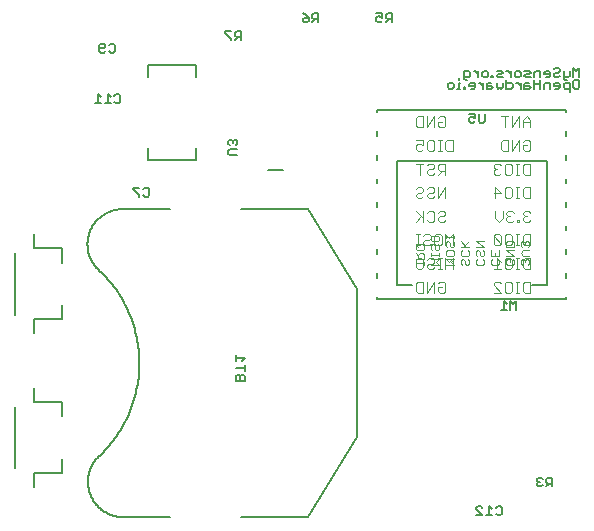
<source format=gbo>
G75*
%MOIN*%
%OFA0B0*%
%FSLAX25Y25*%
%IPPOS*%
%LPD*%
%AMOC8*
5,1,8,0,0,1.08239X$1,22.5*
%
%ADD10C,0.00500*%
%ADD11C,0.00600*%
%ADD12C,0.00800*%
%ADD13C,0.00300*%
D10*
X0015913Y0032409D02*
X0015913Y0037133D01*
X0025362Y0037133D01*
X0025362Y0041857D01*
X0025362Y0056031D02*
X0025362Y0060755D01*
X0015913Y0060755D01*
X0015913Y0065480D01*
X0009614Y0059180D02*
X0009614Y0038708D01*
X0015913Y0083590D02*
X0015913Y0088314D01*
X0025362Y0088314D01*
X0025362Y0093039D01*
X0025362Y0107212D02*
X0025362Y0111936D01*
X0015913Y0111936D01*
X0015913Y0116661D01*
X0009614Y0110361D02*
X0009614Y0089889D01*
X0054077Y0141511D02*
X0054077Y0145448D01*
X0054077Y0141511D02*
X0069825Y0141511D01*
X0069825Y0145448D01*
X0069825Y0169070D02*
X0069825Y0173007D01*
X0054077Y0173007D01*
X0054077Y0169070D01*
X0130405Y0158080D02*
X0130405Y0157293D01*
X0130405Y0158080D02*
X0193397Y0158080D01*
X0193397Y0157293D01*
X0193397Y0150993D02*
X0193397Y0149419D01*
X0193397Y0143119D02*
X0193397Y0141545D01*
X0193397Y0135245D02*
X0193397Y0133671D01*
X0193397Y0127371D02*
X0193397Y0125797D01*
X0193397Y0119497D02*
X0193397Y0117923D01*
X0193397Y0111623D02*
X0193397Y0110049D01*
X0193397Y0103749D02*
X0193397Y0102175D01*
X0193397Y0095875D02*
X0193397Y0095088D01*
X0130405Y0095088D01*
X0130405Y0095875D01*
X0130405Y0102175D02*
X0130405Y0103749D01*
X0130405Y0110049D02*
X0130405Y0111623D01*
X0130405Y0117923D02*
X0130405Y0119497D01*
X0130405Y0125797D02*
X0130405Y0127371D01*
X0130405Y0133671D02*
X0130405Y0135245D01*
X0130405Y0141545D02*
X0130405Y0143119D01*
X0130405Y0149419D02*
X0130405Y0150993D01*
X0137001Y0141034D02*
X0187001Y0141034D01*
X0187001Y0099784D01*
X0182001Y0099784D01*
X0142001Y0099784D02*
X0137001Y0099784D01*
X0137001Y0141034D01*
X0154409Y0165150D02*
X0153901Y0165658D01*
X0153901Y0166673D01*
X0154409Y0167181D01*
X0155424Y0167181D01*
X0155932Y0166673D01*
X0155932Y0165658D01*
X0155424Y0165150D01*
X0154409Y0165150D01*
X0157091Y0165150D02*
X0158107Y0165150D01*
X0157599Y0165150D02*
X0157599Y0167181D01*
X0158107Y0167181D01*
X0157599Y0168196D02*
X0157599Y0168704D01*
X0159339Y0168540D02*
X0159846Y0168032D01*
X0160354Y0168032D01*
X0159339Y0168540D02*
X0159339Y0171078D01*
X0160862Y0171078D01*
X0161369Y0170571D01*
X0161369Y0169555D01*
X0160862Y0169048D01*
X0159339Y0169048D01*
X0161478Y0167181D02*
X0160970Y0166673D01*
X0160970Y0166165D01*
X0163001Y0166165D01*
X0163001Y0165658D02*
X0163001Y0166673D01*
X0162493Y0167181D01*
X0161478Y0167181D01*
X0161478Y0165150D02*
X0162493Y0165150D01*
X0163001Y0165658D01*
X0164197Y0167181D02*
X0164704Y0167181D01*
X0165720Y0166165D01*
X0165720Y0165150D02*
X0165720Y0167181D01*
X0166952Y0166673D02*
X0166952Y0165150D01*
X0168474Y0165150D01*
X0168982Y0165658D01*
X0168474Y0166165D01*
X0166952Y0166165D01*
X0166952Y0166673D02*
X0167459Y0167181D01*
X0168474Y0167181D01*
X0170214Y0167181D02*
X0170214Y0165658D01*
X0170722Y0165150D01*
X0171229Y0165658D01*
X0171737Y0165150D01*
X0172245Y0165658D01*
X0172245Y0167181D01*
X0173477Y0167181D02*
X0175000Y0167181D01*
X0175507Y0166673D01*
X0175507Y0165658D01*
X0175000Y0165150D01*
X0173477Y0165150D01*
X0173477Y0168196D01*
X0172245Y0169048D02*
X0170722Y0169048D01*
X0170214Y0169555D01*
X0170722Y0170063D01*
X0171737Y0170063D01*
X0172245Y0170571D01*
X0171737Y0171078D01*
X0170214Y0171078D01*
X0168982Y0169555D02*
X0168474Y0169555D01*
X0168474Y0169048D01*
X0168982Y0169048D01*
X0168982Y0169555D01*
X0167351Y0169555D02*
X0166843Y0169048D01*
X0165828Y0169048D01*
X0165320Y0169555D01*
X0165320Y0170571D01*
X0165828Y0171078D01*
X0166843Y0171078D01*
X0167351Y0170571D01*
X0167351Y0169555D01*
X0164088Y0169048D02*
X0164088Y0171078D01*
X0164088Y0170063D02*
X0163073Y0171078D01*
X0162565Y0171078D01*
X0159738Y0165658D02*
X0159230Y0165658D01*
X0159230Y0165150D01*
X0159738Y0165150D01*
X0159738Y0165658D01*
X0173441Y0171078D02*
X0173948Y0171078D01*
X0174964Y0170063D01*
X0174964Y0169048D02*
X0174964Y0171078D01*
X0176196Y0170571D02*
X0176196Y0169555D01*
X0176703Y0169048D01*
X0177719Y0169048D01*
X0178226Y0169555D01*
X0178226Y0170571D01*
X0177719Y0171078D01*
X0176703Y0171078D01*
X0176196Y0170571D01*
X0179458Y0171078D02*
X0180981Y0171078D01*
X0181489Y0170571D01*
X0180981Y0170063D01*
X0179966Y0170063D01*
X0179458Y0169555D01*
X0179966Y0169048D01*
X0181489Y0169048D01*
X0182721Y0169048D02*
X0182721Y0170571D01*
X0183229Y0171078D01*
X0184751Y0171078D01*
X0184751Y0169048D01*
X0184751Y0168196D02*
X0184751Y0165150D01*
X0185984Y0165150D02*
X0185984Y0166673D01*
X0186491Y0167181D01*
X0188014Y0167181D01*
X0188014Y0165150D01*
X0189246Y0166165D02*
X0191277Y0166165D01*
X0191277Y0165658D02*
X0191277Y0166673D01*
X0190769Y0167181D01*
X0189754Y0167181D01*
X0189246Y0166673D01*
X0189246Y0166165D01*
X0189754Y0165150D02*
X0190769Y0165150D01*
X0191277Y0165658D01*
X0192509Y0165658D02*
X0192509Y0166673D01*
X0193016Y0167181D01*
X0194539Y0167181D01*
X0194539Y0164135D01*
X0194539Y0165150D02*
X0193016Y0165150D01*
X0192509Y0165658D01*
X0193016Y0168032D02*
X0193524Y0168032D01*
X0193016Y0168032D02*
X0192509Y0168540D01*
X0192509Y0171078D01*
X0191277Y0171078D02*
X0190769Y0170571D01*
X0189754Y0170571D01*
X0189246Y0170063D01*
X0189246Y0169555D01*
X0189754Y0169048D01*
X0190769Y0169048D01*
X0191277Y0169555D01*
X0192509Y0169048D02*
X0194032Y0169048D01*
X0194539Y0169555D01*
X0194539Y0171078D01*
X0195771Y0172094D02*
X0195771Y0169048D01*
X0196279Y0168196D02*
X0195771Y0167688D01*
X0195771Y0165658D01*
X0196279Y0165150D01*
X0197294Y0165150D01*
X0197802Y0165658D01*
X0197802Y0167688D01*
X0197294Y0168196D01*
X0196279Y0168196D01*
X0197802Y0169048D02*
X0197802Y0172094D01*
X0196787Y0171078D01*
X0195771Y0172094D01*
X0191277Y0171586D02*
X0191277Y0171078D01*
X0191277Y0171586D02*
X0190769Y0172094D01*
X0189754Y0172094D01*
X0189246Y0171586D01*
X0188014Y0170571D02*
X0188014Y0169555D01*
X0187506Y0169048D01*
X0186491Y0169048D01*
X0185984Y0170063D02*
X0188014Y0170063D01*
X0188014Y0170571D02*
X0187506Y0171078D01*
X0186491Y0171078D01*
X0185984Y0170571D01*
X0185984Y0170063D01*
X0184751Y0166673D02*
X0182721Y0166673D01*
X0182721Y0168196D02*
X0182721Y0165150D01*
X0181489Y0165658D02*
X0180981Y0166165D01*
X0179458Y0166165D01*
X0179458Y0166673D02*
X0179458Y0165150D01*
X0180981Y0165150D01*
X0181489Y0165658D01*
X0180981Y0167181D02*
X0179966Y0167181D01*
X0179458Y0166673D01*
X0178226Y0167181D02*
X0178226Y0165150D01*
X0178226Y0166165D02*
X0177211Y0167181D01*
X0176703Y0167181D01*
D11*
X0166215Y0156803D02*
X0166215Y0154348D01*
X0165724Y0153857D01*
X0164742Y0153857D01*
X0164251Y0154348D01*
X0164251Y0156803D01*
X0162952Y0156803D02*
X0162952Y0155330D01*
X0161970Y0155821D01*
X0161479Y0155821D01*
X0160988Y0155330D01*
X0160988Y0154348D01*
X0161479Y0153857D01*
X0162461Y0153857D01*
X0162952Y0154348D01*
X0162952Y0156803D02*
X0160988Y0156803D01*
X0135352Y0187400D02*
X0135352Y0190346D01*
X0133879Y0190346D01*
X0133388Y0189855D01*
X0133388Y0188873D01*
X0133879Y0188382D01*
X0135352Y0188382D01*
X0134370Y0188382D02*
X0133388Y0187400D01*
X0132089Y0187891D02*
X0131598Y0187400D01*
X0130616Y0187400D01*
X0130125Y0187891D01*
X0130125Y0188873D01*
X0130616Y0189364D01*
X0131107Y0189364D01*
X0132089Y0188873D01*
X0132089Y0190346D01*
X0130125Y0190346D01*
X0110752Y0190346D02*
X0110752Y0187400D01*
X0110752Y0188382D02*
X0109279Y0188382D01*
X0108788Y0188873D01*
X0108788Y0189855D01*
X0109279Y0190346D01*
X0110752Y0190346D01*
X0109770Y0188382D02*
X0108788Y0187400D01*
X0107489Y0187891D02*
X0106998Y0187400D01*
X0106016Y0187400D01*
X0105525Y0187891D01*
X0105525Y0188382D01*
X0106016Y0188873D01*
X0107489Y0188873D01*
X0107489Y0187891D01*
X0107489Y0188873D02*
X0106507Y0189855D01*
X0105525Y0190346D01*
X0084952Y0184346D02*
X0084952Y0181400D01*
X0084952Y0182382D02*
X0083479Y0182382D01*
X0082988Y0182873D01*
X0082988Y0183855D01*
X0083479Y0184346D01*
X0084952Y0184346D01*
X0083970Y0182382D02*
X0082988Y0181400D01*
X0081689Y0181400D02*
X0081689Y0181891D01*
X0079725Y0183855D01*
X0079725Y0184346D01*
X0081689Y0184346D01*
X0081734Y0148227D02*
X0081243Y0148227D01*
X0080752Y0147736D01*
X0080752Y0146754D01*
X0081243Y0146263D01*
X0081243Y0144964D02*
X0083698Y0144964D01*
X0083207Y0146263D02*
X0083698Y0146754D01*
X0083698Y0147736D01*
X0083207Y0148227D01*
X0082716Y0148227D01*
X0082225Y0147736D01*
X0081734Y0148227D01*
X0082225Y0147736D02*
X0082225Y0147245D01*
X0081243Y0144964D02*
X0080752Y0144473D01*
X0080752Y0143491D01*
X0081243Y0143000D01*
X0083698Y0143000D01*
X0054352Y0131655D02*
X0054352Y0129691D01*
X0053861Y0129200D01*
X0052879Y0129200D01*
X0052388Y0129691D01*
X0051089Y0129691D02*
X0051089Y0129200D01*
X0051089Y0129691D02*
X0049125Y0131655D01*
X0049125Y0132146D01*
X0051089Y0132146D01*
X0052388Y0131655D02*
X0052879Y0132146D01*
X0053861Y0132146D01*
X0054352Y0131655D01*
X0044261Y0160400D02*
X0043279Y0160400D01*
X0042788Y0160891D01*
X0041489Y0160400D02*
X0039525Y0160400D01*
X0040507Y0160400D02*
X0040507Y0163346D01*
X0041489Y0162364D01*
X0042788Y0162855D02*
X0043279Y0163346D01*
X0044261Y0163346D01*
X0044752Y0162855D01*
X0044752Y0160891D01*
X0044261Y0160400D01*
X0038227Y0160400D02*
X0036263Y0160400D01*
X0037245Y0160400D02*
X0037245Y0163346D01*
X0038227Y0162364D01*
X0038216Y0177200D02*
X0037725Y0177691D01*
X0037725Y0179655D01*
X0038216Y0180146D01*
X0039198Y0180146D01*
X0039689Y0179655D01*
X0039689Y0179164D01*
X0039198Y0178673D01*
X0037725Y0178673D01*
X0038216Y0177200D02*
X0039198Y0177200D01*
X0039689Y0177691D01*
X0040988Y0177691D02*
X0041479Y0177200D01*
X0042461Y0177200D01*
X0042952Y0177691D01*
X0042952Y0179655D01*
X0042461Y0180146D01*
X0041479Y0180146D01*
X0040988Y0179655D01*
X0083209Y0076301D02*
X0083209Y0074337D01*
X0083209Y0075319D02*
X0086154Y0075319D01*
X0085173Y0074337D01*
X0086154Y0073039D02*
X0086154Y0071075D01*
X0086154Y0072057D02*
X0083209Y0072057D01*
X0083700Y0069776D02*
X0083209Y0069285D01*
X0083209Y0067812D01*
X0086154Y0067812D01*
X0086154Y0069285D01*
X0085664Y0069776D01*
X0085173Y0069776D01*
X0084682Y0069285D01*
X0084682Y0067812D01*
X0084682Y0069285D02*
X0084191Y0069776D01*
X0083700Y0069776D01*
X0163463Y0025455D02*
X0163954Y0025946D01*
X0164936Y0025946D01*
X0165427Y0025455D01*
X0163463Y0025455D02*
X0163463Y0024964D01*
X0165427Y0023000D01*
X0163463Y0023000D01*
X0166725Y0023000D02*
X0168689Y0023000D01*
X0167707Y0023000D02*
X0167707Y0025946D01*
X0168689Y0024964D01*
X0169988Y0025455D02*
X0170479Y0025946D01*
X0171461Y0025946D01*
X0171952Y0025455D01*
X0171952Y0023491D01*
X0171461Y0023000D01*
X0170479Y0023000D01*
X0169988Y0023491D01*
X0183525Y0033091D02*
X0184016Y0032600D01*
X0184998Y0032600D01*
X0185489Y0033091D01*
X0184507Y0034073D02*
X0184016Y0034073D01*
X0183525Y0033582D01*
X0183525Y0033091D01*
X0184016Y0034073D02*
X0183525Y0034564D01*
X0183525Y0035055D01*
X0184016Y0035546D01*
X0184998Y0035546D01*
X0185489Y0035055D01*
X0186788Y0035055D02*
X0186788Y0034073D01*
X0187279Y0033582D01*
X0188752Y0033582D01*
X0187770Y0033582D02*
X0186788Y0032600D01*
X0188752Y0032600D02*
X0188752Y0035546D01*
X0187279Y0035546D01*
X0186788Y0035055D01*
X0176752Y0091400D02*
X0176752Y0094346D01*
X0175770Y0093364D01*
X0174788Y0094346D01*
X0174788Y0091400D01*
X0173489Y0091400D02*
X0171525Y0091400D01*
X0172507Y0091400D02*
X0172507Y0094346D01*
X0173489Y0093364D01*
D12*
X0123694Y0098276D02*
X0123694Y0049142D01*
X0107159Y0022370D01*
X0084954Y0022370D01*
X0061332Y0022370D02*
X0045663Y0022370D01*
X0045663Y0022371D02*
X0045375Y0022377D01*
X0045088Y0022390D01*
X0044801Y0022410D01*
X0044515Y0022437D01*
X0044229Y0022471D01*
X0043944Y0022511D01*
X0043661Y0022559D01*
X0043378Y0022614D01*
X0043098Y0022675D01*
X0042818Y0022743D01*
X0042541Y0022819D01*
X0042265Y0022900D01*
X0041991Y0022989D01*
X0041720Y0023084D01*
X0041451Y0023186D01*
X0041185Y0023294D01*
X0040921Y0023409D01*
X0040660Y0023530D01*
X0040402Y0023658D01*
X0040148Y0023792D01*
X0039897Y0023932D01*
X0039649Y0024078D01*
X0039405Y0024230D01*
X0039164Y0024388D01*
X0038928Y0024551D01*
X0038696Y0024721D01*
X0038468Y0024896D01*
X0038244Y0025077D01*
X0038024Y0025263D01*
X0037810Y0025454D01*
X0037600Y0025651D01*
X0037395Y0025852D01*
X0037195Y0026059D01*
X0036999Y0026270D01*
X0036810Y0026486D01*
X0036625Y0026707D01*
X0036446Y0026932D01*
X0036273Y0027161D01*
X0036105Y0027394D01*
X0035943Y0027632D01*
X0035786Y0027873D01*
X0035636Y0028118D01*
X0035492Y0028367D01*
X0035353Y0028619D01*
X0035221Y0028875D01*
X0035096Y0029134D01*
X0034976Y0029395D01*
X0034863Y0029660D01*
X0034757Y0029927D01*
X0034657Y0030196D01*
X0034563Y0030468D01*
X0034477Y0030743D01*
X0034397Y0031019D01*
X0034324Y0031297D01*
X0034257Y0031577D01*
X0034198Y0031858D01*
X0034145Y0032141D01*
X0034099Y0032425D01*
X0034060Y0032710D01*
X0034028Y0032995D01*
X0034004Y0033282D01*
X0033986Y0033569D01*
X0033975Y0033856D01*
X0033971Y0034144D01*
X0033974Y0034432D01*
X0033984Y0034719D01*
X0034002Y0035006D01*
X0034026Y0035293D01*
X0034057Y0035578D01*
X0034095Y0035863D01*
X0034140Y0036147D01*
X0034192Y0036430D01*
X0034251Y0036712D01*
X0034317Y0036992D01*
X0034389Y0037270D01*
X0034469Y0037547D01*
X0034555Y0037821D01*
X0034647Y0038093D01*
X0034747Y0038363D01*
X0034852Y0038630D01*
X0034965Y0038895D01*
X0035084Y0039157D01*
X0035209Y0039416D01*
X0035340Y0039672D01*
X0035478Y0039924D01*
X0035622Y0040173D01*
X0035771Y0040419D01*
X0035927Y0040661D01*
X0036089Y0040899D01*
X0036256Y0041132D01*
X0036429Y0041362D01*
X0036607Y0041588D01*
X0036791Y0041809D01*
X0036981Y0042025D01*
X0037175Y0042237D01*
X0037375Y0042444D01*
X0037580Y0042646D01*
X0037789Y0042843D01*
X0037395Y0042450D02*
X0038151Y0043163D01*
X0038890Y0043895D01*
X0039611Y0044645D01*
X0040313Y0045412D01*
X0040997Y0046196D01*
X0041660Y0046997D01*
X0042304Y0047814D01*
X0042928Y0048646D01*
X0043531Y0049493D01*
X0044114Y0050355D01*
X0044675Y0051231D01*
X0045214Y0052120D01*
X0045732Y0053023D01*
X0046227Y0053937D01*
X0046700Y0054864D01*
X0047149Y0055802D01*
X0047576Y0056750D01*
X0047979Y0057709D01*
X0048359Y0058677D01*
X0048715Y0059654D01*
X0049047Y0060640D01*
X0049355Y0061634D01*
X0049638Y0062635D01*
X0049897Y0063642D01*
X0050130Y0064655D01*
X0050339Y0065674D01*
X0050523Y0066698D01*
X0050682Y0067726D01*
X0050816Y0068758D01*
X0050924Y0069792D01*
X0051007Y0070829D01*
X0051065Y0071867D01*
X0051097Y0072907D01*
X0051103Y0073947D01*
X0051084Y0074987D01*
X0051040Y0076026D01*
X0050970Y0077064D01*
X0050875Y0078100D01*
X0050755Y0079133D01*
X0050609Y0080163D01*
X0050438Y0081188D01*
X0050242Y0082210D01*
X0050021Y0083226D01*
X0049775Y0084237D01*
X0049504Y0085241D01*
X0049209Y0086239D01*
X0048890Y0087229D01*
X0048546Y0088210D01*
X0048179Y0089183D01*
X0047788Y0090147D01*
X0047373Y0091101D01*
X0046935Y0092044D01*
X0046474Y0092977D01*
X0045991Y0093898D01*
X0045485Y0094806D01*
X0044957Y0095702D01*
X0044407Y0096585D01*
X0043835Y0097454D01*
X0043243Y0098309D01*
X0042630Y0099149D01*
X0041996Y0099974D01*
X0041342Y0100783D01*
X0040669Y0101576D01*
X0039977Y0102352D01*
X0039265Y0103111D01*
X0038536Y0103852D01*
X0037788Y0104576D01*
X0037788Y0104575D02*
X0037576Y0104765D01*
X0037369Y0104960D01*
X0037167Y0105161D01*
X0036969Y0105366D01*
X0036777Y0105576D01*
X0036590Y0105790D01*
X0036408Y0106009D01*
X0036231Y0106233D01*
X0036060Y0106461D01*
X0035895Y0106692D01*
X0035735Y0106928D01*
X0035581Y0107168D01*
X0035433Y0107411D01*
X0035291Y0107658D01*
X0035155Y0107908D01*
X0035025Y0108161D01*
X0034901Y0108418D01*
X0034784Y0108677D01*
X0034673Y0108940D01*
X0034568Y0109204D01*
X0034470Y0109472D01*
X0034379Y0109741D01*
X0034294Y0110013D01*
X0034215Y0110287D01*
X0034144Y0110563D01*
X0034079Y0110840D01*
X0034021Y0111119D01*
X0033969Y0111399D01*
X0033925Y0111680D01*
X0033887Y0111962D01*
X0033857Y0112245D01*
X0033833Y0112529D01*
X0033816Y0112813D01*
X0033806Y0113098D01*
X0033803Y0113383D01*
X0033807Y0113668D01*
X0033818Y0113952D01*
X0033836Y0114236D01*
X0033860Y0114520D01*
X0033892Y0114803D01*
X0033930Y0115085D01*
X0033976Y0115366D01*
X0034028Y0115646D01*
X0034087Y0115925D01*
X0034153Y0116202D01*
X0034225Y0116477D01*
X0034305Y0116751D01*
X0034390Y0117022D01*
X0034483Y0117292D01*
X0034582Y0117559D01*
X0034687Y0117823D01*
X0034799Y0118085D01*
X0034917Y0118344D01*
X0035042Y0118600D01*
X0035173Y0118853D01*
X0035309Y0119103D01*
X0035452Y0119349D01*
X0035601Y0119592D01*
X0035756Y0119831D01*
X0035916Y0120066D01*
X0036083Y0120298D01*
X0036254Y0120525D01*
X0036432Y0120748D01*
X0036614Y0120966D01*
X0036802Y0121180D01*
X0036995Y0121390D01*
X0037193Y0121594D01*
X0037396Y0121794D01*
X0037604Y0121988D01*
X0037817Y0122178D01*
X0038034Y0122362D01*
X0038255Y0122541D01*
X0038481Y0122715D01*
X0038711Y0122883D01*
X0038945Y0123045D01*
X0039183Y0123202D01*
X0039424Y0123352D01*
X0039669Y0123497D01*
X0039918Y0123636D01*
X0040170Y0123769D01*
X0040425Y0123895D01*
X0040683Y0124015D01*
X0040944Y0124129D01*
X0041208Y0124237D01*
X0041474Y0124338D01*
X0041743Y0124433D01*
X0042014Y0124521D01*
X0042287Y0124602D01*
X0042561Y0124677D01*
X0042838Y0124745D01*
X0043116Y0124806D01*
X0043396Y0124860D01*
X0043676Y0124908D01*
X0043958Y0124948D01*
X0044241Y0124982D01*
X0044524Y0125009D01*
X0044808Y0125029D01*
X0045093Y0125042D01*
X0045378Y0125048D01*
X0045662Y0125048D01*
X0045663Y0125048D02*
X0061332Y0125048D01*
X0084954Y0125048D02*
X0107159Y0125048D01*
X0123694Y0098276D01*
X0098883Y0137948D02*
X0093883Y0137948D01*
D13*
X0143280Y0140248D02*
X0145749Y0140248D01*
X0144515Y0140248D02*
X0144515Y0136545D01*
X0146963Y0137162D02*
X0146963Y0137779D01*
X0147581Y0138397D01*
X0148815Y0138397D01*
X0149432Y0139014D01*
X0149432Y0139631D01*
X0148815Y0140248D01*
X0147581Y0140248D01*
X0146963Y0139631D01*
X0146963Y0137162D02*
X0147581Y0136545D01*
X0148815Y0136545D01*
X0149432Y0137162D01*
X0150647Y0136545D02*
X0151881Y0137779D01*
X0151264Y0137779D02*
X0153115Y0137779D01*
X0153115Y0136545D02*
X0153115Y0140248D01*
X0151264Y0140248D01*
X0150647Y0139631D01*
X0150647Y0138397D01*
X0151264Y0137779D01*
X0150647Y0132374D02*
X0150647Y0128671D01*
X0153115Y0132374D01*
X0153115Y0128671D01*
X0152498Y0124500D02*
X0153115Y0123883D01*
X0153115Y0123266D01*
X0152498Y0122649D01*
X0151264Y0122649D01*
X0150647Y0122031D01*
X0150647Y0121414D01*
X0151264Y0120797D01*
X0152498Y0120797D01*
X0153115Y0121414D01*
X0150647Y0123883D02*
X0151264Y0124500D01*
X0152498Y0124500D01*
X0149432Y0123883D02*
X0149432Y0121414D01*
X0148815Y0120797D01*
X0147581Y0120797D01*
X0146963Y0121414D01*
X0145749Y0120797D02*
X0145749Y0124500D01*
X0146963Y0123883D02*
X0147581Y0124500D01*
X0148815Y0124500D01*
X0149432Y0123883D01*
X0145749Y0122031D02*
X0143280Y0124500D01*
X0145132Y0122649D02*
X0143280Y0120797D01*
X0143287Y0116626D02*
X0144521Y0116626D01*
X0143904Y0116626D02*
X0143904Y0112923D01*
X0143635Y0113280D02*
X0143151Y0112796D01*
X0143151Y0111829D01*
X0143635Y0111345D01*
X0145570Y0111345D01*
X0146053Y0111829D01*
X0146053Y0112796D01*
X0145570Y0113280D01*
X0143635Y0113280D01*
X0143151Y0113280D02*
X0144118Y0112312D01*
X0144521Y0112923D02*
X0143287Y0112923D01*
X0145736Y0113540D02*
X0145736Y0114157D01*
X0146353Y0114775D01*
X0147587Y0114775D01*
X0148205Y0115392D01*
X0148205Y0116009D01*
X0147587Y0116626D01*
X0146353Y0116626D01*
X0145736Y0116009D01*
X0148151Y0115743D02*
X0148635Y0116226D01*
X0150570Y0116226D01*
X0151053Y0115743D01*
X0151053Y0114775D01*
X0150570Y0114291D01*
X0148635Y0114291D01*
X0148151Y0114775D01*
X0148151Y0115743D01*
X0149419Y0116009D02*
X0149419Y0113540D01*
X0150036Y0112923D01*
X0151270Y0112923D01*
X0151888Y0113540D01*
X0151888Y0116009D01*
X0151270Y0116626D01*
X0150036Y0116626D01*
X0149419Y0116009D01*
X0149118Y0113280D02*
X0148635Y0113280D01*
X0148151Y0112796D01*
X0148151Y0111829D01*
X0148635Y0111345D01*
X0149602Y0111829D02*
X0150086Y0111345D01*
X0150570Y0111345D01*
X0151053Y0111829D01*
X0151053Y0112796D01*
X0150570Y0113280D01*
X0149602Y0112796D02*
X0149118Y0113280D01*
X0149602Y0112796D02*
X0149602Y0111829D01*
X0148151Y0110348D02*
X0148151Y0109381D01*
X0148151Y0109864D02*
X0151053Y0109864D01*
X0151053Y0109381D02*
X0151053Y0110348D01*
X0151270Y0108752D02*
X0151270Y0105049D01*
X0150653Y0105049D02*
X0151888Y0105049D01*
X0153102Y0105049D02*
X0153102Y0108752D01*
X0154336Y0107518D01*
X0155571Y0108752D01*
X0155571Y0105049D01*
X0156053Y0106434D02*
X0155086Y0107401D01*
X0156053Y0108369D01*
X0153151Y0108369D01*
X0153635Y0109381D02*
X0153151Y0109864D01*
X0153151Y0110832D01*
X0153635Y0111316D01*
X0155570Y0111316D01*
X0156053Y0110832D01*
X0156053Y0109864D01*
X0155570Y0109381D01*
X0153635Y0109381D01*
X0151888Y0108752D02*
X0150653Y0108752D01*
X0151053Y0108369D02*
X0148151Y0108369D01*
X0147581Y0108752D02*
X0148815Y0108752D01*
X0149432Y0108135D01*
X0149432Y0107518D01*
X0148815Y0106901D01*
X0147581Y0106901D01*
X0146963Y0106283D01*
X0146963Y0105666D01*
X0147581Y0105049D01*
X0148815Y0105049D01*
X0149432Y0105666D01*
X0148151Y0106434D02*
X0151053Y0106434D01*
X0150086Y0107401D01*
X0151053Y0108369D01*
X0153151Y0106434D02*
X0156053Y0106434D01*
X0158151Y0106918D02*
X0158151Y0107885D01*
X0158635Y0108369D01*
X0159118Y0108369D01*
X0159602Y0107885D01*
X0159602Y0106918D01*
X0160086Y0106434D01*
X0160570Y0106434D01*
X0161053Y0106918D01*
X0161053Y0107885D01*
X0160570Y0108369D01*
X0160570Y0109381D02*
X0158635Y0109381D01*
X0158151Y0109864D01*
X0158151Y0110832D01*
X0158635Y0111316D01*
X0159118Y0112327D02*
X0161053Y0114262D01*
X0161053Y0112327D02*
X0158151Y0112327D01*
X0159602Y0112811D02*
X0158151Y0114262D01*
X0156053Y0113778D02*
X0156053Y0112811D01*
X0155570Y0112327D01*
X0155086Y0112327D01*
X0154602Y0112811D01*
X0154602Y0113778D01*
X0154118Y0114262D01*
X0153635Y0114262D01*
X0153151Y0113778D01*
X0153151Y0112811D01*
X0153635Y0112327D01*
X0153102Y0112923D02*
X0153102Y0116626D01*
X0154336Y0115392D01*
X0155571Y0116626D01*
X0155571Y0112923D01*
X0156053Y0113778D02*
X0155570Y0114262D01*
X0156053Y0115274D02*
X0156053Y0116241D01*
X0156053Y0115757D02*
X0153151Y0115757D01*
X0153151Y0115274D02*
X0153151Y0116241D01*
X0148205Y0113540D02*
X0147587Y0112923D01*
X0146353Y0112923D01*
X0145736Y0113540D01*
X0145570Y0110333D02*
X0144602Y0110333D01*
X0144118Y0109850D01*
X0144118Y0108398D01*
X0143898Y0108752D02*
X0143280Y0108135D01*
X0143280Y0105666D01*
X0143898Y0105049D01*
X0145132Y0105049D01*
X0145749Y0105666D01*
X0145749Y0108135D01*
X0145132Y0108752D01*
X0143898Y0108752D01*
X0144118Y0109366D02*
X0143151Y0110333D01*
X0143151Y0108398D02*
X0146053Y0108398D01*
X0146053Y0109850D01*
X0145570Y0110333D01*
X0147581Y0108752D02*
X0146963Y0108135D01*
X0146053Y0107401D02*
X0146053Y0106434D01*
X0146053Y0106918D02*
X0143151Y0106918D01*
X0143151Y0107401D02*
X0143151Y0106434D01*
X0143898Y0100878D02*
X0145749Y0100878D01*
X0145749Y0097175D01*
X0143898Y0097175D01*
X0143280Y0097792D01*
X0143280Y0100261D01*
X0143898Y0100878D01*
X0146963Y0100878D02*
X0146963Y0097175D01*
X0149432Y0100878D01*
X0149432Y0097175D01*
X0150647Y0097792D02*
X0150647Y0099027D01*
X0151881Y0099027D01*
X0153115Y0100261D02*
X0152498Y0100878D01*
X0151264Y0100878D01*
X0150647Y0100261D01*
X0153115Y0100261D02*
X0153115Y0097792D01*
X0152498Y0097175D01*
X0151264Y0097175D01*
X0150647Y0097792D01*
X0158635Y0106434D02*
X0158151Y0106918D01*
X0160570Y0109381D02*
X0161053Y0109864D01*
X0161053Y0110832D01*
X0160570Y0111316D01*
X0163151Y0110832D02*
X0163151Y0109864D01*
X0163635Y0109381D01*
X0163635Y0108369D02*
X0163151Y0107885D01*
X0163151Y0106918D01*
X0163635Y0106434D01*
X0165570Y0106434D01*
X0166053Y0106918D01*
X0166053Y0107885D01*
X0165570Y0108369D01*
X0165570Y0109381D02*
X0165086Y0109381D01*
X0164602Y0109864D01*
X0164602Y0110832D01*
X0164118Y0111316D01*
X0163635Y0111316D01*
X0163151Y0110832D01*
X0163151Y0112327D02*
X0166053Y0112327D01*
X0163151Y0114262D01*
X0166053Y0114262D01*
X0169146Y0113540D02*
X0169763Y0112923D01*
X0170997Y0112923D01*
X0171614Y0113540D01*
X0169146Y0116009D01*
X0169146Y0113540D01*
X0168151Y0111316D02*
X0168151Y0109381D01*
X0171053Y0109381D01*
X0171053Y0111316D01*
X0169602Y0110348D02*
X0169602Y0109381D01*
X0170380Y0108752D02*
X0170380Y0105049D01*
X0171614Y0105049D02*
X0169146Y0105049D01*
X0168635Y0106434D02*
X0168151Y0106918D01*
X0168151Y0107885D01*
X0168635Y0108369D01*
X0170380Y0108752D02*
X0171614Y0107518D01*
X0171053Y0107885D02*
X0171053Y0106918D01*
X0170570Y0106434D01*
X0168635Y0106434D01*
X0170570Y0108369D02*
X0171053Y0107885D01*
X0172829Y0108135D02*
X0172829Y0105666D01*
X0173446Y0105049D01*
X0174680Y0105049D01*
X0175297Y0105666D01*
X0175297Y0108135D01*
X0174680Y0108752D01*
X0173446Y0108752D01*
X0172829Y0108135D01*
X0173151Y0107885D02*
X0173635Y0108369D01*
X0174602Y0108369D01*
X0174602Y0107401D01*
X0173635Y0106434D02*
X0173151Y0106918D01*
X0173151Y0107885D01*
X0173151Y0109381D02*
X0176053Y0109381D01*
X0173151Y0111316D01*
X0176053Y0111316D01*
X0176053Y0112327D02*
X0176053Y0113778D01*
X0175570Y0114262D01*
X0173635Y0114262D01*
X0173151Y0113778D01*
X0173151Y0112327D01*
X0176053Y0112327D01*
X0176518Y0112923D02*
X0177753Y0112923D01*
X0178151Y0112811D02*
X0178635Y0112327D01*
X0178151Y0112811D02*
X0178151Y0113778D01*
X0178635Y0114262D01*
X0179118Y0114262D01*
X0179602Y0113778D01*
X0179602Y0113295D01*
X0179584Y0112923D02*
X0178967Y0113540D01*
X0178967Y0116009D01*
X0179584Y0116626D01*
X0181436Y0116626D01*
X0181436Y0112923D01*
X0179584Y0112923D01*
X0179602Y0113778D02*
X0180086Y0114262D01*
X0180570Y0114262D01*
X0181053Y0113778D01*
X0181053Y0112811D01*
X0180570Y0112327D01*
X0181053Y0111316D02*
X0179118Y0111316D01*
X0178151Y0110348D01*
X0179118Y0109381D01*
X0181053Y0109381D01*
X0181436Y0108752D02*
X0179584Y0108752D01*
X0178967Y0108135D01*
X0178967Y0105666D01*
X0179584Y0105049D01*
X0181436Y0105049D01*
X0181436Y0108752D01*
X0180570Y0108369D02*
X0180086Y0108369D01*
X0179602Y0107885D01*
X0179118Y0108369D01*
X0178635Y0108369D01*
X0178151Y0107885D01*
X0178151Y0106918D01*
X0178635Y0106434D01*
X0179602Y0107401D02*
X0179602Y0107885D01*
X0180570Y0108369D02*
X0181053Y0107885D01*
X0181053Y0106918D01*
X0180570Y0106434D01*
X0177753Y0105049D02*
X0176518Y0105049D01*
X0177136Y0105049D02*
X0177136Y0108752D01*
X0177753Y0108752D02*
X0176518Y0108752D01*
X0176053Y0107885D02*
X0176053Y0106918D01*
X0175570Y0106434D01*
X0173635Y0106434D01*
X0175570Y0108369D02*
X0176053Y0107885D01*
X0177136Y0112923D02*
X0177136Y0116626D01*
X0177753Y0116626D02*
X0176518Y0116626D01*
X0175297Y0116009D02*
X0175297Y0113540D01*
X0174680Y0112923D01*
X0173446Y0112923D01*
X0172829Y0113540D01*
X0172829Y0116009D01*
X0173446Y0116626D01*
X0174680Y0116626D01*
X0175297Y0116009D01*
X0171614Y0116009D02*
X0170997Y0116626D01*
X0169763Y0116626D01*
X0169146Y0116009D01*
X0171614Y0116009D02*
X0171614Y0113540D01*
X0166053Y0110832D02*
X0166053Y0109864D01*
X0165570Y0109381D01*
X0166053Y0110832D02*
X0165570Y0111316D01*
X0169763Y0100878D02*
X0170997Y0100878D01*
X0171614Y0100261D01*
X0172829Y0100261D02*
X0173446Y0100878D01*
X0174680Y0100878D01*
X0175297Y0100261D01*
X0175297Y0097792D01*
X0174680Y0097175D01*
X0173446Y0097175D01*
X0172829Y0097792D01*
X0172829Y0100261D01*
X0169763Y0100878D02*
X0169146Y0100261D01*
X0169146Y0099644D01*
X0171614Y0097175D01*
X0169146Y0097175D01*
X0176518Y0097175D02*
X0177753Y0097175D01*
X0177136Y0097175D02*
X0177136Y0100878D01*
X0177753Y0100878D02*
X0176518Y0100878D01*
X0178967Y0100261D02*
X0179584Y0100878D01*
X0181436Y0100878D01*
X0181436Y0097175D01*
X0179584Y0097175D01*
X0178967Y0097792D01*
X0178967Y0100261D01*
X0179584Y0120797D02*
X0180819Y0120797D01*
X0181436Y0121414D01*
X0180202Y0122649D02*
X0179584Y0122649D01*
X0178967Y0122031D01*
X0178967Y0121414D01*
X0179584Y0120797D01*
X0177753Y0120797D02*
X0177136Y0120797D01*
X0177136Y0121414D01*
X0177753Y0121414D01*
X0177753Y0120797D01*
X0175911Y0121414D02*
X0175294Y0120797D01*
X0174060Y0120797D01*
X0173443Y0121414D01*
X0173443Y0122031D01*
X0174060Y0122649D01*
X0174677Y0122649D01*
X0174060Y0122649D02*
X0173443Y0123266D01*
X0173443Y0123883D01*
X0174060Y0124500D01*
X0175294Y0124500D01*
X0175911Y0123883D01*
X0178967Y0123883D02*
X0179584Y0124500D01*
X0180819Y0124500D01*
X0181436Y0123883D01*
X0179584Y0122649D02*
X0178967Y0123266D01*
X0178967Y0123883D01*
X0179584Y0128671D02*
X0178967Y0129288D01*
X0178967Y0131757D01*
X0179584Y0132374D01*
X0181436Y0132374D01*
X0181436Y0128671D01*
X0179584Y0128671D01*
X0177753Y0128671D02*
X0176518Y0128671D01*
X0177136Y0128671D02*
X0177136Y0132374D01*
X0177753Y0132374D02*
X0176518Y0132374D01*
X0175297Y0131757D02*
X0175297Y0129288D01*
X0174680Y0128671D01*
X0173446Y0128671D01*
X0172829Y0129288D01*
X0172829Y0131757D01*
X0173446Y0132374D01*
X0174680Y0132374D01*
X0175297Y0131757D01*
X0171614Y0130523D02*
X0169146Y0130523D01*
X0169763Y0132374D02*
X0169763Y0128671D01*
X0171614Y0130523D02*
X0169763Y0132374D01*
X0169763Y0136545D02*
X0169146Y0137162D01*
X0169146Y0137779D01*
X0169763Y0138397D01*
X0170380Y0138397D01*
X0169763Y0138397D02*
X0169146Y0139014D01*
X0169146Y0139631D01*
X0169763Y0140248D01*
X0170997Y0140248D01*
X0171614Y0139631D01*
X0172829Y0139631D02*
X0173446Y0140248D01*
X0174680Y0140248D01*
X0175297Y0139631D01*
X0175297Y0137162D01*
X0174680Y0136545D01*
X0173446Y0136545D01*
X0172829Y0137162D01*
X0172829Y0139631D01*
X0171614Y0137162D02*
X0170997Y0136545D01*
X0169763Y0136545D01*
X0176518Y0136545D02*
X0177753Y0136545D01*
X0177136Y0136545D02*
X0177136Y0140248D01*
X0177753Y0140248D02*
X0176518Y0140248D01*
X0178967Y0139631D02*
X0179584Y0140248D01*
X0181436Y0140248D01*
X0181436Y0136545D01*
X0179584Y0136545D01*
X0178967Y0137162D01*
X0178967Y0139631D01*
X0179584Y0144419D02*
X0178967Y0145036D01*
X0178967Y0146271D01*
X0180202Y0146271D01*
X0181436Y0147505D02*
X0181436Y0145036D01*
X0180819Y0144419D01*
X0179584Y0144419D01*
X0177753Y0144419D02*
X0177753Y0148122D01*
X0175284Y0144419D01*
X0175284Y0148122D01*
X0174070Y0148122D02*
X0172218Y0148122D01*
X0171601Y0147505D01*
X0171601Y0145036D01*
X0172218Y0144419D01*
X0174070Y0144419D01*
X0174070Y0148122D01*
X0175284Y0152293D02*
X0175284Y0155996D01*
X0174070Y0155996D02*
X0171601Y0155996D01*
X0172835Y0155996D02*
X0172835Y0152293D01*
X0175284Y0152293D02*
X0177753Y0155996D01*
X0177753Y0152293D01*
X0178967Y0152293D02*
X0178967Y0154762D01*
X0180202Y0155996D01*
X0181436Y0154762D01*
X0181436Y0152293D01*
X0181436Y0154145D02*
X0178967Y0154145D01*
X0179584Y0148122D02*
X0180819Y0148122D01*
X0181436Y0147505D01*
X0179584Y0148122D02*
X0178967Y0147505D01*
X0172228Y0124500D02*
X0172228Y0122031D01*
X0170994Y0120797D01*
X0169759Y0122031D01*
X0169759Y0124500D01*
X0155571Y0144419D02*
X0153719Y0144419D01*
X0153102Y0145036D01*
X0153102Y0147505D01*
X0153719Y0148122D01*
X0155571Y0148122D01*
X0155571Y0144419D01*
X0151888Y0144419D02*
X0150653Y0144419D01*
X0151270Y0144419D02*
X0151270Y0148122D01*
X0150653Y0148122D02*
X0151888Y0148122D01*
X0149432Y0147505D02*
X0149432Y0145036D01*
X0148815Y0144419D01*
X0147581Y0144419D01*
X0146963Y0145036D01*
X0146963Y0147505D01*
X0147581Y0148122D01*
X0148815Y0148122D01*
X0149432Y0147505D01*
X0145749Y0148122D02*
X0145749Y0146271D01*
X0144515Y0146888D01*
X0143898Y0146888D01*
X0143280Y0146271D01*
X0143280Y0145036D01*
X0143898Y0144419D01*
X0145132Y0144419D01*
X0145749Y0145036D01*
X0145749Y0148122D02*
X0143280Y0148122D01*
X0143898Y0152293D02*
X0143280Y0152910D01*
X0143280Y0155379D01*
X0143898Y0155996D01*
X0145749Y0155996D01*
X0145749Y0152293D01*
X0143898Y0152293D01*
X0146963Y0152293D02*
X0146963Y0155996D01*
X0149432Y0155996D02*
X0146963Y0152293D01*
X0149432Y0152293D02*
X0149432Y0155996D01*
X0150647Y0155379D02*
X0151264Y0155996D01*
X0152498Y0155996D01*
X0153115Y0155379D01*
X0153115Y0152910D01*
X0152498Y0152293D01*
X0151264Y0152293D01*
X0150647Y0152910D01*
X0150647Y0154145D01*
X0151881Y0154145D01*
X0148815Y0132374D02*
X0147581Y0132374D01*
X0146963Y0131757D01*
X0145749Y0131757D02*
X0145749Y0131140D01*
X0145132Y0130523D01*
X0143898Y0130523D01*
X0143280Y0129905D01*
X0143280Y0129288D01*
X0143898Y0128671D01*
X0145132Y0128671D01*
X0145749Y0129288D01*
X0146963Y0129288D02*
X0147581Y0128671D01*
X0148815Y0128671D01*
X0149432Y0129288D01*
X0148815Y0130523D02*
X0147581Y0130523D01*
X0146963Y0129905D01*
X0146963Y0129288D01*
X0148815Y0130523D02*
X0149432Y0131140D01*
X0149432Y0131757D01*
X0148815Y0132374D01*
X0145749Y0131757D02*
X0145132Y0132374D01*
X0143898Y0132374D01*
X0143280Y0131757D01*
M02*

</source>
